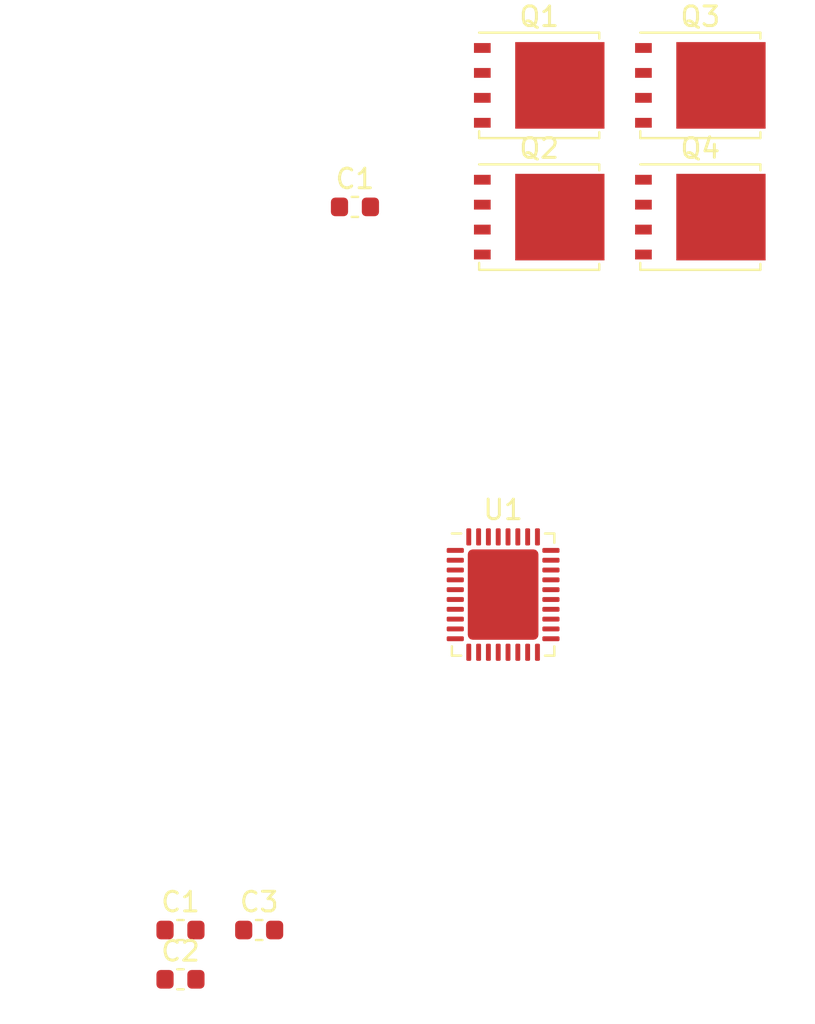
<source format=kicad_pcb>
(kicad_pcb (version 20171130) (host pcbnew "(5.1.5)-3")

  (general
    (thickness 1.6)
    (drawings 0)
    (tracks 0)
    (zones 0)
    (modules 9)
    (nets 48)
  )

  (page A4)
  (title_block
    (title "Pufferfish - Power Board")
    (date 2020-05-17)
    (rev v0.1)
  )

  (layers
    (0 F.Cu signal)
    (31 B.Cu signal)
    (32 B.Adhes user)
    (33 F.Adhes user)
    (34 B.Paste user)
    (35 F.Paste user)
    (36 B.SilkS user)
    (37 F.SilkS user)
    (38 B.Mask user)
    (39 F.Mask user)
    (40 Dwgs.User user)
    (41 Cmts.User user)
    (42 Eco1.User user)
    (43 Eco2.User user)
    (44 Edge.Cuts user)
    (45 Margin user)
    (46 B.CrtYd user)
    (47 F.CrtYd user)
    (48 B.Fab user)
    (49 F.Fab user)
  )

  (setup
    (last_trace_width 0.25)
    (trace_clearance 0.2)
    (zone_clearance 0.508)
    (zone_45_only no)
    (trace_min 0.2)
    (via_size 0.8)
    (via_drill 0.4)
    (via_min_size 0.4)
    (via_min_drill 0.3)
    (uvia_size 0.3)
    (uvia_drill 0.1)
    (uvias_allowed no)
    (uvia_min_size 0.2)
    (uvia_min_drill 0.1)
    (edge_width 0.05)
    (segment_width 0.2)
    (pcb_text_width 0.3)
    (pcb_text_size 1.5 1.5)
    (mod_edge_width 0.12)
    (mod_text_size 1 1)
    (mod_text_width 0.15)
    (pad_size 1.524 1.524)
    (pad_drill 0.762)
    (pad_to_mask_clearance 0.051)
    (solder_mask_min_width 0.25)
    (aux_axis_origin 0 0)
    (visible_elements 7FFFFFFF)
    (pcbplotparams
      (layerselection 0x010fc_ffffffff)
      (usegerberextensions false)
      (usegerberattributes false)
      (usegerberadvancedattributes false)
      (creategerberjobfile false)
      (excludeedgelayer true)
      (linewidth 0.100000)
      (plotframeref false)
      (viasonmask false)
      (mode 1)
      (useauxorigin false)
      (hpglpennumber 1)
      (hpglpenspeed 20)
      (hpglpendiameter 15.000000)
      (psnegative false)
      (psa4output false)
      (plotreference true)
      (plotvalue true)
      (plotinvisibletext false)
      (padsonsilk false)
      (subtractmaskfromsilk false)
      (outputformat 1)
      (mirror false)
      (drillshape 1)
      (scaleselection 1)
      (outputdirectory ""))
  )

  (net 0 "")
  (net 1 GND)
  (net 2 INTVCC-LTC4421)
  (net 3 "Net-(Q1-Pad5)")
  (net 4 "Net-(Q1-Pad4)")
  (net 5 "Net-(Q1-Pad1)")
  (net 6 "Net-(Q2-Pad5)")
  (net 7 "Net-(Q2-Pad4)")
  (net 8 "Net-(Q2-Pad1)")
  (net 9 "Net-(Q3-Pad5)")
  (net 10 "Net-(Q3-Pad4)")
  (net 11 "Net-(Q3-Pad1)")
  (net 12 "Net-(Q4-Pad5)")
  (net 13 "Net-(Q4-Pad4)")
  (net 14 "Net-(Q4-Pad1)")
  (net 15 "Net-(U1-Pad36)")
  (net 16 "Net-(U1-Pad35)")
  (net 17 "Net-(U1-Pad34)")
  (net 18 "Net-(U1-Pad33)")
  (net 19 "Net-(U1-Pad32)")
  (net 20 "Net-(U1-Pad30)")
  (net 21 "Net-(U1-Pad29)")
  (net 22 "Net-(U1-Pad28)")
  (net 23 "Net-(U1-Pad27)")
  (net 24 "Net-(U1-Pad26)")
  (net 25 "Net-(U1-Pad25)")
  (net 26 "Net-(U1-Pad24)")
  (net 27 "Net-(U1-Pad23)")
  (net 28 "Net-(U1-Pad22)")
  (net 29 "Net-(U1-Pad21)")
  (net 30 "Net-(U1-Pad20)")
  (net 31 "Net-(U1-Pad19)")
  (net 32 "Net-(U1-Pad18)")
  (net 33 "Net-(U1-Pad17)")
  (net 34 "Net-(U1-Pad16)")
  (net 35 "Net-(U1-Pad14)")
  (net 36 "Net-(U1-Pad11)")
  (net 37 "Net-(U1-Pad10)")
  (net 38 "Net-(U1-Pad9)")
  (net 39 "Net-(U1-Pad8)")
  (net 40 "Net-(U1-Pad7)")
  (net 41 "Net-(U1-Pad6)")
  (net 42 "Net-(U1-Pad5)")
  (net 43 "Net-(U1-Pad4)")
  (net 44 "Net-(U1-Pad3)")
  (net 45 "Net-(U1-Pad2)")
  (net 46 "Net-(U1-Pad1)")
  (net 47 /LTC4221/LTC4421-QUAL)

  (net_class Default "This is the default net class."
    (clearance 0.2)
    (trace_width 0.25)
    (via_dia 0.8)
    (via_drill 0.4)
    (uvia_dia 0.3)
    (uvia_drill 0.1)
    (add_net /LTC4221/LTC4421-QUAL)
    (add_net GND)
    (add_net INTVCC-LTC4421)
    (add_net "Net-(Q1-Pad1)")
    (add_net "Net-(Q1-Pad4)")
    (add_net "Net-(Q1-Pad5)")
    (add_net "Net-(Q2-Pad1)")
    (add_net "Net-(Q2-Pad4)")
    (add_net "Net-(Q2-Pad5)")
    (add_net "Net-(Q3-Pad1)")
    (add_net "Net-(Q3-Pad4)")
    (add_net "Net-(Q3-Pad5)")
    (add_net "Net-(Q4-Pad1)")
    (add_net "Net-(Q4-Pad4)")
    (add_net "Net-(Q4-Pad5)")
    (add_net "Net-(U1-Pad1)")
    (add_net "Net-(U1-Pad10)")
    (add_net "Net-(U1-Pad11)")
    (add_net "Net-(U1-Pad14)")
    (add_net "Net-(U1-Pad16)")
    (add_net "Net-(U1-Pad17)")
    (add_net "Net-(U1-Pad18)")
    (add_net "Net-(U1-Pad19)")
    (add_net "Net-(U1-Pad2)")
    (add_net "Net-(U1-Pad20)")
    (add_net "Net-(U1-Pad21)")
    (add_net "Net-(U1-Pad22)")
    (add_net "Net-(U1-Pad23)")
    (add_net "Net-(U1-Pad24)")
    (add_net "Net-(U1-Pad25)")
    (add_net "Net-(U1-Pad26)")
    (add_net "Net-(U1-Pad27)")
    (add_net "Net-(U1-Pad28)")
    (add_net "Net-(U1-Pad29)")
    (add_net "Net-(U1-Pad3)")
    (add_net "Net-(U1-Pad30)")
    (add_net "Net-(U1-Pad32)")
    (add_net "Net-(U1-Pad33)")
    (add_net "Net-(U1-Pad34)")
    (add_net "Net-(U1-Pad35)")
    (add_net "Net-(U1-Pad36)")
    (add_net "Net-(U1-Pad4)")
    (add_net "Net-(U1-Pad5)")
    (add_net "Net-(U1-Pad6)")
    (add_net "Net-(U1-Pad7)")
    (add_net "Net-(U1-Pad8)")
    (add_net "Net-(U1-Pad9)")
  )

  (module Pufferfish:CAP_SMD_0603 (layer F.Cu) (tedit 5EBD677A) (tstamp 5EC26B02)
    (at 119.58 130.81)
    (descr "Capacitor SMD 0603 (1608 Metric), square (rectangular) end terminal, IPC_7351 nominal, (Body size source: http://www.tortai-tech.com/upload/download/2011102023233369053.pdf), generated with kicad-footprint-generator")
    (tags capacitor)
    (path /5EC321D9/5EC686C5)
    (attr smd)
    (fp_text reference C3 (at 0 -1.43) (layer F.SilkS)
      (effects (font (size 1 1) (thickness 0.15)))
    )
    (fp_text value CAP_100pF_10V_NP0_0402 (at 0 1.43) (layer F.Fab)
      (effects (font (size 1 1) (thickness 0.15)))
    )
    (fp_text user %R (at 0 0) (layer F.Fab)
      (effects (font (size 0.4 0.4) (thickness 0.06)))
    )
    (fp_line (start 1.48 0.73) (end -1.48 0.73) (layer F.CrtYd) (width 0.05))
    (fp_line (start 1.48 -0.73) (end 1.48 0.73) (layer F.CrtYd) (width 0.05))
    (fp_line (start -1.48 -0.73) (end 1.48 -0.73) (layer F.CrtYd) (width 0.05))
    (fp_line (start -1.48 0.73) (end -1.48 -0.73) (layer F.CrtYd) (width 0.05))
    (fp_line (start -0.162779 0.51) (end 0.162779 0.51) (layer F.SilkS) (width 0.12))
    (fp_line (start -0.162779 -0.51) (end 0.162779 -0.51) (layer F.SilkS) (width 0.12))
    (fp_line (start 0.8 0.4) (end -0.8 0.4) (layer F.Fab) (width 0.1))
    (fp_line (start 0.8 -0.4) (end 0.8 0.4) (layer F.Fab) (width 0.1))
    (fp_line (start -0.8 -0.4) (end 0.8 -0.4) (layer F.Fab) (width 0.1))
    (fp_line (start -0.8 0.4) (end -0.8 -0.4) (layer F.Fab) (width 0.1))
    (pad 2 smd roundrect (at 0.7875 0) (size 0.875 0.95) (layers F.Cu F.Paste F.Mask) (roundrect_rratio 0.25)
      (net 1 GND))
    (pad 1 smd roundrect (at -0.7875 0) (size 0.875 0.95) (layers F.Cu F.Paste F.Mask) (roundrect_rratio 0.25)
      (net 2 INTVCC-LTC4421))
    (model ${KISYS3DMOD}/Capacitor_SMD.3dshapes/C_0603_1608Metric.wrl
      (at (xyz 0 0 0))
      (scale (xyz 1 1 1))
      (rotate (xyz 0 0 0))
    )
  )

  (module Pufferfish:CAP_SMD_0603 (layer F.Cu) (tedit 5EBD677A) (tstamp 5EC26AF1)
    (at 115.57 133.32)
    (descr "Capacitor SMD 0603 (1608 Metric), square (rectangular) end terminal, IPC_7351 nominal, (Body size source: http://www.tortai-tech.com/upload/download/2011102023233369053.pdf), generated with kicad-footprint-generator")
    (tags capacitor)
    (path /5EC321D9/5EC77402)
    (attr smd)
    (fp_text reference C2 (at 0 -1.43) (layer F.SilkS)
      (effects (font (size 1 1) (thickness 0.15)))
    )
    (fp_text value CAP_1nF_50V_C0G_0402 (at 0 1.43) (layer F.Fab)
      (effects (font (size 1 1) (thickness 0.15)))
    )
    (fp_text user %R (at 0 0) (layer F.Fab)
      (effects (font (size 0.4 0.4) (thickness 0.06)))
    )
    (fp_line (start 1.48 0.73) (end -1.48 0.73) (layer F.CrtYd) (width 0.05))
    (fp_line (start 1.48 -0.73) (end 1.48 0.73) (layer F.CrtYd) (width 0.05))
    (fp_line (start -1.48 -0.73) (end 1.48 -0.73) (layer F.CrtYd) (width 0.05))
    (fp_line (start -1.48 0.73) (end -1.48 -0.73) (layer F.CrtYd) (width 0.05))
    (fp_line (start -0.162779 0.51) (end 0.162779 0.51) (layer F.SilkS) (width 0.12))
    (fp_line (start -0.162779 -0.51) (end 0.162779 -0.51) (layer F.SilkS) (width 0.12))
    (fp_line (start 0.8 0.4) (end -0.8 0.4) (layer F.Fab) (width 0.1))
    (fp_line (start 0.8 -0.4) (end 0.8 0.4) (layer F.Fab) (width 0.1))
    (fp_line (start -0.8 -0.4) (end 0.8 -0.4) (layer F.Fab) (width 0.1))
    (fp_line (start -0.8 0.4) (end -0.8 -0.4) (layer F.Fab) (width 0.1))
    (pad 2 smd roundrect (at 0.7875 0) (size 0.875 0.95) (layers F.Cu F.Paste F.Mask) (roundrect_rratio 0.25)
      (net 1 GND))
    (pad 1 smd roundrect (at -0.7875 0) (size 0.875 0.95) (layers F.Cu F.Paste F.Mask) (roundrect_rratio 0.25)
      (net 47 /LTC4221/LTC4421-QUAL))
    (model ${KISYS3DMOD}/Capacitor_SMD.3dshapes/C_0603_1608Metric.wrl
      (at (xyz 0 0 0))
      (scale (xyz 1 1 1))
      (rotate (xyz 0 0 0))
    )
  )

  (module Pufferfish:CAP_SMD_0603 (layer F.Cu) (tedit 5EBD677A) (tstamp 5EC26AE0)
    (at 115.57 130.81)
    (descr "Capacitor SMD 0603 (1608 Metric), square (rectangular) end terminal, IPC_7351 nominal, (Body size source: http://www.tortai-tech.com/upload/download/2011102023233369053.pdf), generated with kicad-footprint-generator")
    (tags capacitor)
    (path /5EC321D9/5EC665DB)
    (attr smd)
    (fp_text reference C1 (at 0 -1.43) (layer F.SilkS)
      (effects (font (size 1 1) (thickness 0.15)))
    )
    (fp_text value CAP_1uF_35V_X7R_0603 (at 0 1.43) (layer F.Fab)
      (effects (font (size 1 1) (thickness 0.15)))
    )
    (fp_text user %R (at 0 0) (layer F.Fab)
      (effects (font (size 0.4 0.4) (thickness 0.06)))
    )
    (fp_line (start 1.48 0.73) (end -1.48 0.73) (layer F.CrtYd) (width 0.05))
    (fp_line (start 1.48 -0.73) (end 1.48 0.73) (layer F.CrtYd) (width 0.05))
    (fp_line (start -1.48 -0.73) (end 1.48 -0.73) (layer F.CrtYd) (width 0.05))
    (fp_line (start -1.48 0.73) (end -1.48 -0.73) (layer F.CrtYd) (width 0.05))
    (fp_line (start -0.162779 0.51) (end 0.162779 0.51) (layer F.SilkS) (width 0.12))
    (fp_line (start -0.162779 -0.51) (end 0.162779 -0.51) (layer F.SilkS) (width 0.12))
    (fp_line (start 0.8 0.4) (end -0.8 0.4) (layer F.Fab) (width 0.1))
    (fp_line (start 0.8 -0.4) (end 0.8 0.4) (layer F.Fab) (width 0.1))
    (fp_line (start -0.8 -0.4) (end 0.8 -0.4) (layer F.Fab) (width 0.1))
    (fp_line (start -0.8 0.4) (end -0.8 -0.4) (layer F.Fab) (width 0.1))
    (pad 2 smd roundrect (at 0.7875 0) (size 0.875 0.95) (layers F.Cu F.Paste F.Mask) (roundrect_rratio 0.25)
      (net 1 GND))
    (pad 1 smd roundrect (at -0.7875 0) (size 0.875 0.95) (layers F.Cu F.Paste F.Mask) (roundrect_rratio 0.25)
      (net 2 INTVCC-LTC4421))
    (model ${KISYS3DMOD}/Capacitor_SMD.3dshapes/C_0603_1608Metric.wrl
      (at (xyz 0 0 0))
      (scale (xyz 1 1 1))
      (rotate (xyz 0 0 0))
    )
  )

  (module Package_DFN_QFN:QFN-36-1EP_5x6mm_P0.5mm_EP3.6x4.6mm (layer F.Cu) (tedit 5C268F0B) (tstamp 5EC2676A)
    (at 132.01 113.725)
    (descr "QFN, 36 Pin (https://www.analog.com/media/en/package-pcb-resources/package/pkg_pdf/ltc-legacy-qfn/(UHE36)%20QFN%2005-08-1876%20Rev%20%C3%98.pdf), generated with kicad-footprint-generator ipc_dfn_qfn_generator.py")
    (tags "QFN DFN_QFN")
    (path /5EC321D9/5EC324FF)
    (attr smd)
    (fp_text reference U1 (at 0 -4.32) (layer F.SilkS)
      (effects (font (size 1 1) (thickness 0.15)))
    )
    (fp_text value LTC4421IUHE (at 0 4.32) (layer F.Fab)
      (effects (font (size 1 1) (thickness 0.15)))
    )
    (fp_text user %R (at 0 0) (layer F.Fab)
      (effects (font (size 1 1) (thickness 0.15)))
    )
    (fp_line (start 3.12 -3.62) (end -3.12 -3.62) (layer F.CrtYd) (width 0.05))
    (fp_line (start 3.12 3.62) (end 3.12 -3.62) (layer F.CrtYd) (width 0.05))
    (fp_line (start -3.12 3.62) (end 3.12 3.62) (layer F.CrtYd) (width 0.05))
    (fp_line (start -3.12 -3.62) (end -3.12 3.62) (layer F.CrtYd) (width 0.05))
    (fp_line (start -2.5 -2) (end -1.5 -3) (layer F.Fab) (width 0.1))
    (fp_line (start -2.5 3) (end -2.5 -2) (layer F.Fab) (width 0.1))
    (fp_line (start 2.5 3) (end -2.5 3) (layer F.Fab) (width 0.1))
    (fp_line (start 2.5 -3) (end 2.5 3) (layer F.Fab) (width 0.1))
    (fp_line (start -1.5 -3) (end 2.5 -3) (layer F.Fab) (width 0.1))
    (fp_line (start -2.135 -3.11) (end -2.61 -3.11) (layer F.SilkS) (width 0.12))
    (fp_line (start 2.61 3.11) (end 2.61 2.635) (layer F.SilkS) (width 0.12))
    (fp_line (start 2.135 3.11) (end 2.61 3.11) (layer F.SilkS) (width 0.12))
    (fp_line (start -2.61 3.11) (end -2.61 2.635) (layer F.SilkS) (width 0.12))
    (fp_line (start -2.135 3.11) (end -2.61 3.11) (layer F.SilkS) (width 0.12))
    (fp_line (start 2.61 -3.11) (end 2.61 -2.635) (layer F.SilkS) (width 0.12))
    (fp_line (start 2.135 -3.11) (end 2.61 -3.11) (layer F.SilkS) (width 0.12))
    (pad 36 smd roundrect (at -1.75 -2.9375) (size 0.25 0.875) (layers F.Cu F.Paste F.Mask) (roundrect_rratio 0.25)
      (net 15 "Net-(U1-Pad36)"))
    (pad 35 smd roundrect (at -1.25 -2.9375) (size 0.25 0.875) (layers F.Cu F.Paste F.Mask) (roundrect_rratio 0.25)
      (net 16 "Net-(U1-Pad35)"))
    (pad 34 smd roundrect (at -0.75 -2.9375) (size 0.25 0.875) (layers F.Cu F.Paste F.Mask) (roundrect_rratio 0.25)
      (net 17 "Net-(U1-Pad34)"))
    (pad 33 smd roundrect (at -0.25 -2.9375) (size 0.25 0.875) (layers F.Cu F.Paste F.Mask) (roundrect_rratio 0.25)
      (net 18 "Net-(U1-Pad33)"))
    (pad 32 smd roundrect (at 0.25 -2.9375) (size 0.25 0.875) (layers F.Cu F.Paste F.Mask) (roundrect_rratio 0.25)
      (net 19 "Net-(U1-Pad32)"))
    (pad 31 smd roundrect (at 0.75 -2.9375) (size 0.25 0.875) (layers F.Cu F.Paste F.Mask) (roundrect_rratio 0.25)
      (net 1 GND))
    (pad 30 smd roundrect (at 1.25 -2.9375) (size 0.25 0.875) (layers F.Cu F.Paste F.Mask) (roundrect_rratio 0.25)
      (net 20 "Net-(U1-Pad30)"))
    (pad 29 smd roundrect (at 1.75 -2.9375) (size 0.25 0.875) (layers F.Cu F.Paste F.Mask) (roundrect_rratio 0.25)
      (net 21 "Net-(U1-Pad29)"))
    (pad 28 smd roundrect (at 2.4375 -2.25) (size 0.875 0.25) (layers F.Cu F.Paste F.Mask) (roundrect_rratio 0.25)
      (net 22 "Net-(U1-Pad28)"))
    (pad 27 smd roundrect (at 2.4375 -1.75) (size 0.875 0.25) (layers F.Cu F.Paste F.Mask) (roundrect_rratio 0.25)
      (net 23 "Net-(U1-Pad27)"))
    (pad 26 smd roundrect (at 2.4375 -1.25) (size 0.875 0.25) (layers F.Cu F.Paste F.Mask) (roundrect_rratio 0.25)
      (net 24 "Net-(U1-Pad26)"))
    (pad 25 smd roundrect (at 2.4375 -0.75) (size 0.875 0.25) (layers F.Cu F.Paste F.Mask) (roundrect_rratio 0.25)
      (net 25 "Net-(U1-Pad25)"))
    (pad 24 smd roundrect (at 2.4375 -0.25) (size 0.875 0.25) (layers F.Cu F.Paste F.Mask) (roundrect_rratio 0.25)
      (net 26 "Net-(U1-Pad24)"))
    (pad 23 smd roundrect (at 2.4375 0.25) (size 0.875 0.25) (layers F.Cu F.Paste F.Mask) (roundrect_rratio 0.25)
      (net 27 "Net-(U1-Pad23)"))
    (pad 22 smd roundrect (at 2.4375 0.75) (size 0.875 0.25) (layers F.Cu F.Paste F.Mask) (roundrect_rratio 0.25)
      (net 28 "Net-(U1-Pad22)"))
    (pad 21 smd roundrect (at 2.4375 1.25) (size 0.875 0.25) (layers F.Cu F.Paste F.Mask) (roundrect_rratio 0.25)
      (net 29 "Net-(U1-Pad21)"))
    (pad 20 smd roundrect (at 2.4375 1.75) (size 0.875 0.25) (layers F.Cu F.Paste F.Mask) (roundrect_rratio 0.25)
      (net 30 "Net-(U1-Pad20)"))
    (pad 19 smd roundrect (at 2.4375 2.25) (size 0.875 0.25) (layers F.Cu F.Paste F.Mask) (roundrect_rratio 0.25)
      (net 31 "Net-(U1-Pad19)"))
    (pad 18 smd roundrect (at 1.75 2.9375) (size 0.25 0.875) (layers F.Cu F.Paste F.Mask) (roundrect_rratio 0.25)
      (net 32 "Net-(U1-Pad18)"))
    (pad 17 smd roundrect (at 1.25 2.9375) (size 0.25 0.875) (layers F.Cu F.Paste F.Mask) (roundrect_rratio 0.25)
      (net 33 "Net-(U1-Pad17)"))
    (pad 16 smd roundrect (at 0.75 2.9375) (size 0.25 0.875) (layers F.Cu F.Paste F.Mask) (roundrect_rratio 0.25)
      (net 34 "Net-(U1-Pad16)"))
    (pad 15 smd roundrect (at 0.25 2.9375) (size 0.25 0.875) (layers F.Cu F.Paste F.Mask) (roundrect_rratio 0.25)
      (net 47 /LTC4221/LTC4421-QUAL))
    (pad 14 smd roundrect (at -0.25 2.9375) (size 0.25 0.875) (layers F.Cu F.Paste F.Mask) (roundrect_rratio 0.25)
      (net 35 "Net-(U1-Pad14)"))
    (pad 13 smd roundrect (at -0.75 2.9375) (size 0.25 0.875) (layers F.Cu F.Paste F.Mask) (roundrect_rratio 0.25)
      (net 2 INTVCC-LTC4421))
    (pad 12 smd roundrect (at -1.25 2.9375) (size 0.25 0.875) (layers F.Cu F.Paste F.Mask) (roundrect_rratio 0.25)
      (net 2 INTVCC-LTC4421))
    (pad 11 smd roundrect (at -1.75 2.9375) (size 0.25 0.875) (layers F.Cu F.Paste F.Mask) (roundrect_rratio 0.25)
      (net 36 "Net-(U1-Pad11)"))
    (pad 10 smd roundrect (at -2.4375 2.25) (size 0.875 0.25) (layers F.Cu F.Paste F.Mask) (roundrect_rratio 0.25)
      (net 37 "Net-(U1-Pad10)"))
    (pad 9 smd roundrect (at -2.4375 1.75) (size 0.875 0.25) (layers F.Cu F.Paste F.Mask) (roundrect_rratio 0.25)
      (net 38 "Net-(U1-Pad9)"))
    (pad 8 smd roundrect (at -2.4375 1.25) (size 0.875 0.25) (layers F.Cu F.Paste F.Mask) (roundrect_rratio 0.25)
      (net 39 "Net-(U1-Pad8)"))
    (pad 7 smd roundrect (at -2.4375 0.75) (size 0.875 0.25) (layers F.Cu F.Paste F.Mask) (roundrect_rratio 0.25)
      (net 40 "Net-(U1-Pad7)"))
    (pad 6 smd roundrect (at -2.4375 0.25) (size 0.875 0.25) (layers F.Cu F.Paste F.Mask) (roundrect_rratio 0.25)
      (net 41 "Net-(U1-Pad6)"))
    (pad 5 smd roundrect (at -2.4375 -0.25) (size 0.875 0.25) (layers F.Cu F.Paste F.Mask) (roundrect_rratio 0.25)
      (net 42 "Net-(U1-Pad5)"))
    (pad 4 smd roundrect (at -2.4375 -0.75) (size 0.875 0.25) (layers F.Cu F.Paste F.Mask) (roundrect_rratio 0.25)
      (net 43 "Net-(U1-Pad4)"))
    (pad 3 smd roundrect (at -2.4375 -1.25) (size 0.875 0.25) (layers F.Cu F.Paste F.Mask) (roundrect_rratio 0.25)
      (net 44 "Net-(U1-Pad3)"))
    (pad 2 smd roundrect (at -2.4375 -1.75) (size 0.875 0.25) (layers F.Cu F.Paste F.Mask) (roundrect_rratio 0.25)
      (net 45 "Net-(U1-Pad2)"))
    (pad 1 smd roundrect (at -2.4375 -2.25) (size 0.875 0.25) (layers F.Cu F.Paste F.Mask) (roundrect_rratio 0.25)
      (net 46 "Net-(U1-Pad1)"))
    (pad "" smd roundrect (at 1.2 1.725) (size 0.97 0.93) (layers F.Paste) (roundrect_rratio 0.25))
    (pad "" smd roundrect (at 1.2 0.575) (size 0.97 0.93) (layers F.Paste) (roundrect_rratio 0.25))
    (pad "" smd roundrect (at 1.2 -0.575) (size 0.97 0.93) (layers F.Paste) (roundrect_rratio 0.25))
    (pad "" smd roundrect (at 1.2 -1.725) (size 0.97 0.93) (layers F.Paste) (roundrect_rratio 0.25))
    (pad "" smd roundrect (at 0 1.725) (size 0.97 0.93) (layers F.Paste) (roundrect_rratio 0.25))
    (pad "" smd roundrect (at 0 0.575) (size 0.97 0.93) (layers F.Paste) (roundrect_rratio 0.25))
    (pad "" smd roundrect (at 0 -0.575) (size 0.97 0.93) (layers F.Paste) (roundrect_rratio 0.25))
    (pad "" smd roundrect (at 0 -1.725) (size 0.97 0.93) (layers F.Paste) (roundrect_rratio 0.25))
    (pad "" smd roundrect (at -1.2 1.725) (size 0.97 0.93) (layers F.Paste) (roundrect_rratio 0.25))
    (pad "" smd roundrect (at -1.2 0.575) (size 0.97 0.93) (layers F.Paste) (roundrect_rratio 0.25))
    (pad "" smd roundrect (at -1.2 -0.575) (size 0.97 0.93) (layers F.Paste) (roundrect_rratio 0.25))
    (pad "" smd roundrect (at -1.2 -1.725) (size 0.97 0.93) (layers F.Paste) (roundrect_rratio 0.25))
    (pad 37 smd roundrect (at 0 0) (size 3.6 4.6) (layers F.Cu F.Mask) (roundrect_rratio 0.06944400000000001)
      (net 1 GND))
    (model ${KISYS3DMOD}/Package_DFN_QFN.3dshapes/QFN-36-1EP_5x6mm_P0.5mm_EP3.6x4.6mm.wrl
      (at (xyz 0 0 0))
      (scale (xyz 1 1 1))
      (rotate (xyz 0 0 0))
    )
  )

  (module Package_TO_SOT_SMD:TDSON-8-1 (layer F.Cu) (tedit 5D9B6805) (tstamp 5EC26724)
    (at 142.06 94.5)
    (descr "Power MOSFET package, TDSON-8-1, 5.15x5.9mm (https://www.infineon.com/cms/en/product/packages/PG-TDSON/PG-TDSON-8-1/)")
    (tags "tdson ")
    (path /5EC321D9/5EC506E9)
    (attr smd)
    (fp_text reference Q4 (at 0 -3.5) (layer F.SilkS)
      (effects (font (size 1 1) (thickness 0.15)))
    )
    (fp_text value BSC028N06LS3 (at 0 3.5) (layer F.Fab)
      (effects (font (size 1 1) (thickness 0.15)))
    )
    (fp_line (start 3.06 -2.385) (end 3.06 -2.685) (layer F.SilkS) (width 0.12))
    (fp_line (start 3.06 2.385) (end 3.06 2.685) (layer F.SilkS) (width 0.12))
    (fp_line (start -3.06 2.335) (end -3.06 2.685) (layer F.SilkS) (width 0.12))
    (fp_line (start 3.06 -2.685) (end -3.06 -2.685) (layer F.SilkS) (width 0.12))
    (fp_line (start -1.95 -2.575) (end -2.95 -1.575) (layer F.Fab) (width 0.1))
    (fp_line (start 3.06 2.685) (end -3.06 2.685) (layer F.SilkS) (width 0.12))
    (fp_line (start 3.58 2.83) (end 3.58 -2.83) (layer F.CrtYd) (width 0.05))
    (fp_line (start 3.58 -2.83) (end -3.58 -2.83) (layer F.CrtYd) (width 0.05))
    (fp_line (start -3.58 -2.83) (end -3.58 2.83) (layer F.CrtYd) (width 0.05))
    (fp_line (start -3.58 2.83) (end 3.58 2.83) (layer F.CrtYd) (width 0.05))
    (fp_line (start 2.95 -2.575) (end 2.95 2.575) (layer F.Fab) (width 0.1))
    (fp_line (start 2.95 2.575) (end -2.95 2.575) (layer F.Fab) (width 0.1))
    (fp_line (start -2.95 2.575) (end -2.95 -1.575) (layer F.Fab) (width 0.1))
    (fp_line (start -1.95 -2.575) (end 2.95 -2.575) (layer F.Fab) (width 0.1))
    (fp_text user %R (at 0 0) (layer F.Fab)
      (effects (font (size 1 1) (thickness 0.15)))
    )
    (pad "" smd custom (at 0.65 0) (size 3.75 4.41) (layers F.Mask)
      (zone_connect 0)
      (options (clearance outline) (anchor rect))
      (primitives
        (gr_poly (pts
           (xy 1.875 -2.205) (xy 2.675 -2.205) (xy 2.675 -1.605) (xy 1.875 -1.605)) (width 0))
        (gr_poly (pts
           (xy 1.875 -0.935) (xy 2.675 -0.935) (xy 2.675 -0.335) (xy 1.875 -0.335)) (width 0))
        (gr_poly (pts
           (xy 1.875 0.335) (xy 2.675 0.335) (xy 2.675 0.935) (xy 1.875 0.935)) (width 0))
        (gr_poly (pts
           (xy 1.875 1.605) (xy 2.675 1.605) (xy 2.675 2.205) (xy 1.875 2.205)) (width 0))
      ))
    (pad "" smd rect (at 2.905 1.905) (size 0.75 0.5) (layers F.Paste))
    (pad "" smd rect (at 2.905 0.635) (size 0.75 0.5) (layers F.Paste))
    (pad "" smd rect (at 2.905 -0.635) (size 0.75 0.5) (layers F.Paste))
    (pad "" smd rect (at 2.905 -1.905) (size 0.75 0.5) (layers F.Paste))
    (pad 5 smd rect (at 1.05 0) (size 4.55 4.41) (layers F.Cu)
      (net 12 "Net-(Q4-Pad5)"))
    (pad "" smd rect (at -0.2 0.85) (size 1.5 1.5) (layers F.Paste))
    (pad "" smd rect (at -0.2 -0.85) (size 1.5 1.5) (layers F.Paste))
    (pad "" smd rect (at 1.5 0.85) (size 1.5 1.5) (layers F.Paste))
    (pad "" smd rect (at 1.5 -0.85) (size 1.5 1.5) (layers F.Paste))
    (pad 4 smd rect (at -2.9 1.905) (size 0.85 0.5) (layers F.Cu F.Paste F.Mask)
      (net 13 "Net-(Q4-Pad4)") (solder_paste_margin -0.05))
    (pad 3 smd rect (at -2.9 0.635) (size 0.85 0.5) (layers F.Cu F.Paste F.Mask)
      (net 14 "Net-(Q4-Pad1)") (solder_paste_margin -0.05))
    (pad 2 smd rect (at -2.9 -0.635) (size 0.85 0.5) (layers F.Cu F.Paste F.Mask)
      (net 14 "Net-(Q4-Pad1)") (solder_paste_margin -0.05))
    (pad 1 smd rect (at -2.9 -1.905) (size 0.85 0.5) (layers F.Cu F.Paste F.Mask)
      (net 14 "Net-(Q4-Pad1)") (solder_paste_margin -0.05))
    (model ${KISYS3DMOD}/Package_TO_SOT_SMD.3dshapes/TDSON-8-1.wrl
      (at (xyz 0 0 0))
      (scale (xyz 1 1 1))
      (rotate (xyz 0 0 0))
    )
  )

  (module Package_TO_SOT_SMD:TDSON-8-1 (layer F.Cu) (tedit 5D9B6805) (tstamp 5EC26703)
    (at 142.06 87.79)
    (descr "Power MOSFET package, TDSON-8-1, 5.15x5.9mm (https://www.infineon.com/cms/en/product/packages/PG-TDSON/PG-TDSON-8-1/)")
    (tags "tdson ")
    (path /5EC321D9/5EC53C78)
    (attr smd)
    (fp_text reference Q3 (at 0 -3.5) (layer F.SilkS)
      (effects (font (size 1 1) (thickness 0.15)))
    )
    (fp_text value BSC028N06LS3 (at 0 3.5) (layer F.Fab)
      (effects (font (size 1 1) (thickness 0.15)))
    )
    (fp_line (start 3.06 -2.385) (end 3.06 -2.685) (layer F.SilkS) (width 0.12))
    (fp_line (start 3.06 2.385) (end 3.06 2.685) (layer F.SilkS) (width 0.12))
    (fp_line (start -3.06 2.335) (end -3.06 2.685) (layer F.SilkS) (width 0.12))
    (fp_line (start 3.06 -2.685) (end -3.06 -2.685) (layer F.SilkS) (width 0.12))
    (fp_line (start -1.95 -2.575) (end -2.95 -1.575) (layer F.Fab) (width 0.1))
    (fp_line (start 3.06 2.685) (end -3.06 2.685) (layer F.SilkS) (width 0.12))
    (fp_line (start 3.58 2.83) (end 3.58 -2.83) (layer F.CrtYd) (width 0.05))
    (fp_line (start 3.58 -2.83) (end -3.58 -2.83) (layer F.CrtYd) (width 0.05))
    (fp_line (start -3.58 -2.83) (end -3.58 2.83) (layer F.CrtYd) (width 0.05))
    (fp_line (start -3.58 2.83) (end 3.58 2.83) (layer F.CrtYd) (width 0.05))
    (fp_line (start 2.95 -2.575) (end 2.95 2.575) (layer F.Fab) (width 0.1))
    (fp_line (start 2.95 2.575) (end -2.95 2.575) (layer F.Fab) (width 0.1))
    (fp_line (start -2.95 2.575) (end -2.95 -1.575) (layer F.Fab) (width 0.1))
    (fp_line (start -1.95 -2.575) (end 2.95 -2.575) (layer F.Fab) (width 0.1))
    (fp_text user %R (at 0 0) (layer F.Fab)
      (effects (font (size 1 1) (thickness 0.15)))
    )
    (pad "" smd custom (at 0.65 0) (size 3.75 4.41) (layers F.Mask)
      (zone_connect 0)
      (options (clearance outline) (anchor rect))
      (primitives
        (gr_poly (pts
           (xy 1.875 -2.205) (xy 2.675 -2.205) (xy 2.675 -1.605) (xy 1.875 -1.605)) (width 0))
        (gr_poly (pts
           (xy 1.875 -0.935) (xy 2.675 -0.935) (xy 2.675 -0.335) (xy 1.875 -0.335)) (width 0))
        (gr_poly (pts
           (xy 1.875 0.335) (xy 2.675 0.335) (xy 2.675 0.935) (xy 1.875 0.935)) (width 0))
        (gr_poly (pts
           (xy 1.875 1.605) (xy 2.675 1.605) (xy 2.675 2.205) (xy 1.875 2.205)) (width 0))
      ))
    (pad "" smd rect (at 2.905 1.905) (size 0.75 0.5) (layers F.Paste))
    (pad "" smd rect (at 2.905 0.635) (size 0.75 0.5) (layers F.Paste))
    (pad "" smd rect (at 2.905 -0.635) (size 0.75 0.5) (layers F.Paste))
    (pad "" smd rect (at 2.905 -1.905) (size 0.75 0.5) (layers F.Paste))
    (pad 5 smd rect (at 1.05 0) (size 4.55 4.41) (layers F.Cu)
      (net 9 "Net-(Q3-Pad5)"))
    (pad "" smd rect (at -0.2 0.85) (size 1.5 1.5) (layers F.Paste))
    (pad "" smd rect (at -0.2 -0.85) (size 1.5 1.5) (layers F.Paste))
    (pad "" smd rect (at 1.5 0.85) (size 1.5 1.5) (layers F.Paste))
    (pad "" smd rect (at 1.5 -0.85) (size 1.5 1.5) (layers F.Paste))
    (pad 4 smd rect (at -2.9 1.905) (size 0.85 0.5) (layers F.Cu F.Paste F.Mask)
      (net 10 "Net-(Q3-Pad4)") (solder_paste_margin -0.05))
    (pad 3 smd rect (at -2.9 0.635) (size 0.85 0.5) (layers F.Cu F.Paste F.Mask)
      (net 11 "Net-(Q3-Pad1)") (solder_paste_margin -0.05))
    (pad 2 smd rect (at -2.9 -0.635) (size 0.85 0.5) (layers F.Cu F.Paste F.Mask)
      (net 11 "Net-(Q3-Pad1)") (solder_paste_margin -0.05))
    (pad 1 smd rect (at -2.9 -1.905) (size 0.85 0.5) (layers F.Cu F.Paste F.Mask)
      (net 11 "Net-(Q3-Pad1)") (solder_paste_margin -0.05))
    (model ${KISYS3DMOD}/Package_TO_SOT_SMD.3dshapes/TDSON-8-1.wrl
      (at (xyz 0 0 0))
      (scale (xyz 1 1 1))
      (rotate (xyz 0 0 0))
    )
  )

  (module Package_TO_SOT_SMD:TDSON-8-1 (layer F.Cu) (tedit 5D9B6805) (tstamp 5EC266E2)
    (at 133.85 94.5)
    (descr "Power MOSFET package, TDSON-8-1, 5.15x5.9mm (https://www.infineon.com/cms/en/product/packages/PG-TDSON/PG-TDSON-8-1/)")
    (tags "tdson ")
    (path /5EC321D9/5EC3EC14)
    (attr smd)
    (fp_text reference Q2 (at 0 -3.5) (layer F.SilkS)
      (effects (font (size 1 1) (thickness 0.15)))
    )
    (fp_text value BSC028N06LS3 (at 0 3.5) (layer F.Fab)
      (effects (font (size 1 1) (thickness 0.15)))
    )
    (fp_line (start 3.06 -2.385) (end 3.06 -2.685) (layer F.SilkS) (width 0.12))
    (fp_line (start 3.06 2.385) (end 3.06 2.685) (layer F.SilkS) (width 0.12))
    (fp_line (start -3.06 2.335) (end -3.06 2.685) (layer F.SilkS) (width 0.12))
    (fp_line (start 3.06 -2.685) (end -3.06 -2.685) (layer F.SilkS) (width 0.12))
    (fp_line (start -1.95 -2.575) (end -2.95 -1.575) (layer F.Fab) (width 0.1))
    (fp_line (start 3.06 2.685) (end -3.06 2.685) (layer F.SilkS) (width 0.12))
    (fp_line (start 3.58 2.83) (end 3.58 -2.83) (layer F.CrtYd) (width 0.05))
    (fp_line (start 3.58 -2.83) (end -3.58 -2.83) (layer F.CrtYd) (width 0.05))
    (fp_line (start -3.58 -2.83) (end -3.58 2.83) (layer F.CrtYd) (width 0.05))
    (fp_line (start -3.58 2.83) (end 3.58 2.83) (layer F.CrtYd) (width 0.05))
    (fp_line (start 2.95 -2.575) (end 2.95 2.575) (layer F.Fab) (width 0.1))
    (fp_line (start 2.95 2.575) (end -2.95 2.575) (layer F.Fab) (width 0.1))
    (fp_line (start -2.95 2.575) (end -2.95 -1.575) (layer F.Fab) (width 0.1))
    (fp_line (start -1.95 -2.575) (end 2.95 -2.575) (layer F.Fab) (width 0.1))
    (fp_text user %R (at 0 0) (layer F.Fab)
      (effects (font (size 1 1) (thickness 0.15)))
    )
    (pad "" smd custom (at 0.65 0) (size 3.75 4.41) (layers F.Mask)
      (zone_connect 0)
      (options (clearance outline) (anchor rect))
      (primitives
        (gr_poly (pts
           (xy 1.875 -2.205) (xy 2.675 -2.205) (xy 2.675 -1.605) (xy 1.875 -1.605)) (width 0))
        (gr_poly (pts
           (xy 1.875 -0.935) (xy 2.675 -0.935) (xy 2.675 -0.335) (xy 1.875 -0.335)) (width 0))
        (gr_poly (pts
           (xy 1.875 0.335) (xy 2.675 0.335) (xy 2.675 0.935) (xy 1.875 0.935)) (width 0))
        (gr_poly (pts
           (xy 1.875 1.605) (xy 2.675 1.605) (xy 2.675 2.205) (xy 1.875 2.205)) (width 0))
      ))
    (pad "" smd rect (at 2.905 1.905) (size 0.75 0.5) (layers F.Paste))
    (pad "" smd rect (at 2.905 0.635) (size 0.75 0.5) (layers F.Paste))
    (pad "" smd rect (at 2.905 -0.635) (size 0.75 0.5) (layers F.Paste))
    (pad "" smd rect (at 2.905 -1.905) (size 0.75 0.5) (layers F.Paste))
    (pad 5 smd rect (at 1.05 0) (size 4.55 4.41) (layers F.Cu)
      (net 6 "Net-(Q2-Pad5)"))
    (pad "" smd rect (at -0.2 0.85) (size 1.5 1.5) (layers F.Paste))
    (pad "" smd rect (at -0.2 -0.85) (size 1.5 1.5) (layers F.Paste))
    (pad "" smd rect (at 1.5 0.85) (size 1.5 1.5) (layers F.Paste))
    (pad "" smd rect (at 1.5 -0.85) (size 1.5 1.5) (layers F.Paste))
    (pad 4 smd rect (at -2.9 1.905) (size 0.85 0.5) (layers F.Cu F.Paste F.Mask)
      (net 7 "Net-(Q2-Pad4)") (solder_paste_margin -0.05))
    (pad 3 smd rect (at -2.9 0.635) (size 0.85 0.5) (layers F.Cu F.Paste F.Mask)
      (net 8 "Net-(Q2-Pad1)") (solder_paste_margin -0.05))
    (pad 2 smd rect (at -2.9 -0.635) (size 0.85 0.5) (layers F.Cu F.Paste F.Mask)
      (net 8 "Net-(Q2-Pad1)") (solder_paste_margin -0.05))
    (pad 1 smd rect (at -2.9 -1.905) (size 0.85 0.5) (layers F.Cu F.Paste F.Mask)
      (net 8 "Net-(Q2-Pad1)") (solder_paste_margin -0.05))
    (model ${KISYS3DMOD}/Package_TO_SOT_SMD.3dshapes/TDSON-8-1.wrl
      (at (xyz 0 0 0))
      (scale (xyz 1 1 1))
      (rotate (xyz 0 0 0))
    )
  )

  (module Package_TO_SOT_SMD:TDSON-8-1 (layer F.Cu) (tedit 5D9B6805) (tstamp 5EC266C1)
    (at 133.85 87.79)
    (descr "Power MOSFET package, TDSON-8-1, 5.15x5.9mm (https://www.infineon.com/cms/en/product/packages/PG-TDSON/PG-TDSON-8-1/)")
    (tags "tdson ")
    (path /5EC321D9/5EC4696E)
    (attr smd)
    (fp_text reference Q1 (at 0 -3.5) (layer F.SilkS)
      (effects (font (size 1 1) (thickness 0.15)))
    )
    (fp_text value BSC028N06LS3 (at 0 3.5) (layer F.Fab)
      (effects (font (size 1 1) (thickness 0.15)))
    )
    (fp_line (start 3.06 -2.385) (end 3.06 -2.685) (layer F.SilkS) (width 0.12))
    (fp_line (start 3.06 2.385) (end 3.06 2.685) (layer F.SilkS) (width 0.12))
    (fp_line (start -3.06 2.335) (end -3.06 2.685) (layer F.SilkS) (width 0.12))
    (fp_line (start 3.06 -2.685) (end -3.06 -2.685) (layer F.SilkS) (width 0.12))
    (fp_line (start -1.95 -2.575) (end -2.95 -1.575) (layer F.Fab) (width 0.1))
    (fp_line (start 3.06 2.685) (end -3.06 2.685) (layer F.SilkS) (width 0.12))
    (fp_line (start 3.58 2.83) (end 3.58 -2.83) (layer F.CrtYd) (width 0.05))
    (fp_line (start 3.58 -2.83) (end -3.58 -2.83) (layer F.CrtYd) (width 0.05))
    (fp_line (start -3.58 -2.83) (end -3.58 2.83) (layer F.CrtYd) (width 0.05))
    (fp_line (start -3.58 2.83) (end 3.58 2.83) (layer F.CrtYd) (width 0.05))
    (fp_line (start 2.95 -2.575) (end 2.95 2.575) (layer F.Fab) (width 0.1))
    (fp_line (start 2.95 2.575) (end -2.95 2.575) (layer F.Fab) (width 0.1))
    (fp_line (start -2.95 2.575) (end -2.95 -1.575) (layer F.Fab) (width 0.1))
    (fp_line (start -1.95 -2.575) (end 2.95 -2.575) (layer F.Fab) (width 0.1))
    (fp_text user %R (at 0 0) (layer F.Fab)
      (effects (font (size 1 1) (thickness 0.15)))
    )
    (pad "" smd custom (at 0.65 0) (size 3.75 4.41) (layers F.Mask)
      (zone_connect 0)
      (options (clearance outline) (anchor rect))
      (primitives
        (gr_poly (pts
           (xy 1.875 -2.205) (xy 2.675 -2.205) (xy 2.675 -1.605) (xy 1.875 -1.605)) (width 0))
        (gr_poly (pts
           (xy 1.875 -0.935) (xy 2.675 -0.935) (xy 2.675 -0.335) (xy 1.875 -0.335)) (width 0))
        (gr_poly (pts
           (xy 1.875 0.335) (xy 2.675 0.335) (xy 2.675 0.935) (xy 1.875 0.935)) (width 0))
        (gr_poly (pts
           (xy 1.875 1.605) (xy 2.675 1.605) (xy 2.675 2.205) (xy 1.875 2.205)) (width 0))
      ))
    (pad "" smd rect (at 2.905 1.905) (size 0.75 0.5) (layers F.Paste))
    (pad "" smd rect (at 2.905 0.635) (size 0.75 0.5) (layers F.Paste))
    (pad "" smd rect (at 2.905 -0.635) (size 0.75 0.5) (layers F.Paste))
    (pad "" smd rect (at 2.905 -1.905) (size 0.75 0.5) (layers F.Paste))
    (pad 5 smd rect (at 1.05 0) (size 4.55 4.41) (layers F.Cu)
      (net 3 "Net-(Q1-Pad5)"))
    (pad "" smd rect (at -0.2 0.85) (size 1.5 1.5) (layers F.Paste))
    (pad "" smd rect (at -0.2 -0.85) (size 1.5 1.5) (layers F.Paste))
    (pad "" smd rect (at 1.5 0.85) (size 1.5 1.5) (layers F.Paste))
    (pad "" smd rect (at 1.5 -0.85) (size 1.5 1.5) (layers F.Paste))
    (pad 4 smd rect (at -2.9 1.905) (size 0.85 0.5) (layers F.Cu F.Paste F.Mask)
      (net 4 "Net-(Q1-Pad4)") (solder_paste_margin -0.05))
    (pad 3 smd rect (at -2.9 0.635) (size 0.85 0.5) (layers F.Cu F.Paste F.Mask)
      (net 5 "Net-(Q1-Pad1)") (solder_paste_margin -0.05))
    (pad 2 smd rect (at -2.9 -0.635) (size 0.85 0.5) (layers F.Cu F.Paste F.Mask)
      (net 5 "Net-(Q1-Pad1)") (solder_paste_margin -0.05))
    (pad 1 smd rect (at -2.9 -1.905) (size 0.85 0.5) (layers F.Cu F.Paste F.Mask)
      (net 5 "Net-(Q1-Pad1)") (solder_paste_margin -0.05))
    (model ${KISYS3DMOD}/Package_TO_SOT_SMD.3dshapes/TDSON-8-1.wrl
      (at (xyz 0 0 0))
      (scale (xyz 1 1 1))
      (rotate (xyz 0 0 0))
    )
  )

  (module Pufferfish:CAP_SMD_0603 (layer F.Cu) (tedit 5EBD677A) (tstamp 5EC266A0)
    (at 124.46 93.98)
    (descr "Capacitor SMD 0603 (1608 Metric), square (rectangular) end terminal, IPC_7351 nominal, (Body size source: http://www.tortai-tech.com/upload/download/2011102023233369053.pdf), generated with kicad-footprint-generator")
    (tags capacitor)
    (path /5EC321D9/5EC37BC9)
    (attr smd)
    (fp_text reference C1 (at 0 -1.43) (layer F.SilkS)
      (effects (font (size 1 1) (thickness 0.15)))
    )
    (fp_text value CAP_1uF_35V_X7R_0603 (at 0 1.43) (layer F.Fab)
      (effects (font (size 1 1) (thickness 0.15)))
    )
    (fp_text user %R (at 0 0) (layer F.Fab)
      (effects (font (size 0.4 0.4) (thickness 0.06)))
    )
    (fp_line (start 1.48 0.73) (end -1.48 0.73) (layer F.CrtYd) (width 0.05))
    (fp_line (start 1.48 -0.73) (end 1.48 0.73) (layer F.CrtYd) (width 0.05))
    (fp_line (start -1.48 -0.73) (end 1.48 -0.73) (layer F.CrtYd) (width 0.05))
    (fp_line (start -1.48 0.73) (end -1.48 -0.73) (layer F.CrtYd) (width 0.05))
    (fp_line (start -0.162779 0.51) (end 0.162779 0.51) (layer F.SilkS) (width 0.12))
    (fp_line (start -0.162779 -0.51) (end 0.162779 -0.51) (layer F.SilkS) (width 0.12))
    (fp_line (start 0.8 0.4) (end -0.8 0.4) (layer F.Fab) (width 0.1))
    (fp_line (start 0.8 -0.4) (end 0.8 0.4) (layer F.Fab) (width 0.1))
    (fp_line (start -0.8 -0.4) (end 0.8 -0.4) (layer F.Fab) (width 0.1))
    (fp_line (start -0.8 0.4) (end -0.8 -0.4) (layer F.Fab) (width 0.1))
    (pad 2 smd roundrect (at 0.7875 0) (size 0.875 0.95) (layers F.Cu F.Paste F.Mask) (roundrect_rratio 0.25)
      (net 1 GND))
    (pad 1 smd roundrect (at -0.7875 0) (size 0.875 0.95) (layers F.Cu F.Paste F.Mask) (roundrect_rratio 0.25)
      (net 2 INTVCC-LTC4421))
    (model ${KISYS3DMOD}/Capacitor_SMD.3dshapes/C_0603_1608Metric.wrl
      (at (xyz 0 0 0))
      (scale (xyz 1 1 1))
      (rotate (xyz 0 0 0))
    )
  )

)

</source>
